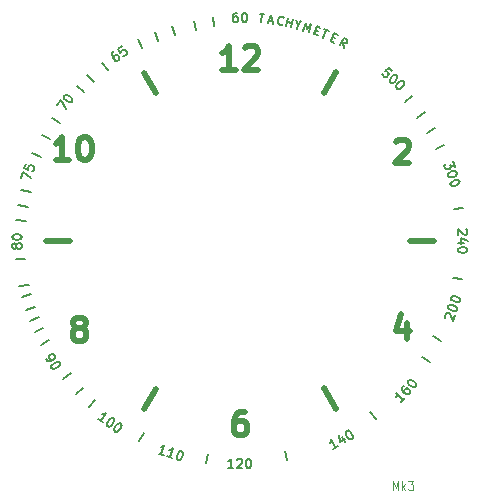
<source format=gbr>
G04 #@! TF.GenerationSoftware,KiCad,Pcbnew,5.1.4-1.fc30*
G04 #@! TF.CreationDate,2020-04-06T19:08:27+02:00*
G04 #@! TF.ProjectId,ring,72696e67-2e6b-4696-9361-645f70636258,v0.5.2*
G04 #@! TF.SameCoordinates,Original*
G04 #@! TF.FileFunction,Soldermask,Top*
G04 #@! TF.FilePolarity,Negative*
%FSLAX46Y46*%
G04 Gerber Fmt 4.6, Leading zero omitted, Abs format (unit mm)*
G04 Created by KiCad (PCBNEW 5.1.4-1.fc30) date 2020-04-06 19:08:27*
%MOMM*%
%LPD*%
G04 APERTURE LIST*
%ADD10C,0.150000*%
%ADD11C,0.500000*%
%ADD12C,0.125000*%
G04 APERTURE END LIST*
D10*
X184504162Y-45590915D02*
X183787592Y-45235207D01*
X153587483Y-50119118D02*
X154167783Y-49568435D01*
X178967294Y-52259409D02*
X178486958Y-51619661D01*
X171454484Y-55731905D02*
X171267728Y-54954009D01*
X164603385Y-55957449D02*
X164728533Y-55167298D01*
X185451617Y-40259632D02*
X186243831Y-40370971D01*
X184028871Y-29346044D02*
X184760839Y-29023208D01*
X185571617Y-34460367D02*
X186363831Y-34349028D01*
X182474635Y-26719129D02*
X183127545Y-26256843D01*
X154661617Y-51202302D02*
X155188568Y-50600370D01*
X159187109Y-20801013D02*
X158817710Y-20091404D01*
X165284687Y-18990238D02*
X165208010Y-18193921D01*
X161962786Y-19717001D02*
X161735574Y-18949945D01*
X160555571Y-20195552D02*
X160255886Y-19453805D01*
X163749054Y-19275255D02*
X163596407Y-18489953D01*
X148478809Y-38702724D02*
X149277230Y-38652491D01*
X150584393Y-45947109D02*
X151282049Y-45555603D01*
X148784744Y-40989054D02*
X149570046Y-40836407D01*
X150603626Y-30020243D02*
X149866136Y-29710231D01*
X149310789Y-35428394D02*
X148513255Y-35365627D01*
X151410721Y-28517669D02*
X150701758Y-28147032D01*
X158935698Y-54122459D02*
X159298891Y-53409654D01*
X156302312Y-22685573D02*
X155810884Y-22054306D01*
X155076356Y-23695110D02*
X154531779Y-23109076D01*
X154268100Y-24573098D02*
X153675457Y-24035722D01*
X152225566Y-27133918D02*
X151550103Y-26705256D01*
X149487449Y-34236614D02*
X148697298Y-34111466D01*
X149721905Y-33024484D02*
X148944009Y-32837728D01*
X149009781Y-41871225D02*
X149783948Y-41669569D01*
X149356398Y-42963635D02*
X150115938Y-42712441D01*
X149704447Y-43905571D02*
X150446194Y-43605886D01*
X150073895Y-44846943D02*
X150794757Y-44500016D01*
X152485985Y-48864300D02*
X153113806Y-48368477D01*
X183507177Y-47406543D02*
X182850258Y-46949973D01*
X183255325Y-27978759D02*
X183950921Y-27583606D01*
X181397281Y-25377907D02*
X182000132Y-24852007D01*
X151959494Y-25670975D02*
X152281946Y-25246159D01*
X152711879Y-26002935D01*
X152558335Y-24882032D02*
X152604399Y-24821344D01*
X152680808Y-24783688D01*
X152734184Y-24776376D01*
X152817905Y-24792097D01*
X152962313Y-24853882D01*
X153114033Y-24969044D01*
X153212377Y-25091517D01*
X153250032Y-25167926D01*
X153257344Y-25221302D01*
X153241623Y-25305023D01*
X153195559Y-25365711D01*
X153119150Y-25403366D01*
X153065774Y-25410678D01*
X152982053Y-25394957D01*
X152837645Y-25333172D01*
X152685925Y-25218010D01*
X152587581Y-25095537D01*
X152549926Y-25019128D01*
X152542614Y-24965752D01*
X152558335Y-24882032D01*
D11*
X181590952Y-44091428D02*
X181590952Y-45424761D01*
X181114761Y-43329523D02*
X180638571Y-44758095D01*
X181876666Y-44758095D01*
X174547619Y-24583546D02*
X175547619Y-22851495D01*
X153064761Y-37130000D02*
X151064761Y-37130000D01*
X160372380Y-49676453D02*
X159372380Y-51408504D01*
D10*
X161000935Y-55289382D02*
X160566166Y-55148117D01*
X160783550Y-55218750D02*
X161030764Y-54457905D01*
X160922986Y-54543053D01*
X160826981Y-54591970D01*
X160742747Y-54604657D01*
X161725549Y-55524824D02*
X161290780Y-55383559D01*
X161508165Y-55454191D02*
X161755378Y-54693346D01*
X161647601Y-54778494D01*
X161551595Y-54827411D01*
X161467362Y-54840098D01*
X162443762Y-54917016D02*
X162516224Y-54940560D01*
X162576913Y-55000335D01*
X162601372Y-55048337D01*
X162614058Y-55132571D01*
X162603201Y-55289266D01*
X162544340Y-55470420D01*
X162461021Y-55603570D01*
X162401246Y-55664260D01*
X162353244Y-55688718D01*
X162269010Y-55701405D01*
X162196549Y-55677861D01*
X162135859Y-55618086D01*
X162111401Y-55570083D01*
X162098714Y-55485850D01*
X162109572Y-55329155D01*
X162168432Y-55148001D01*
X162251751Y-55014850D01*
X162311526Y-54954161D01*
X162359529Y-54929702D01*
X162443762Y-54917016D01*
X155835801Y-52509301D02*
X155465965Y-52240599D01*
X155650883Y-52374950D02*
X156121112Y-51727737D01*
X155992297Y-51775412D01*
X155885874Y-51792268D01*
X155801842Y-51778304D01*
X156706686Y-52153181D02*
X156768325Y-52197965D01*
X156807573Y-52273568D01*
X156816001Y-52326780D01*
X156802037Y-52410811D01*
X156743289Y-52556481D01*
X156631330Y-52710580D01*
X156510943Y-52811467D01*
X156435340Y-52850714D01*
X156382128Y-52859142D01*
X156298097Y-52845178D01*
X156236458Y-52800395D01*
X156197210Y-52724791D01*
X156188782Y-52671580D01*
X156202746Y-52587549D01*
X156261494Y-52441878D01*
X156373453Y-52287780D01*
X156493840Y-52186893D01*
X156569443Y-52147645D01*
X156622655Y-52139217D01*
X156706686Y-52153181D01*
X157323080Y-52601018D02*
X157384719Y-52645801D01*
X157423967Y-52721405D01*
X157432394Y-52774616D01*
X157418431Y-52858647D01*
X157359683Y-53004318D01*
X157247724Y-53158416D01*
X157127337Y-53259303D01*
X157051734Y-53298551D01*
X156998522Y-53306979D01*
X156914491Y-53293015D01*
X156852851Y-53248231D01*
X156813604Y-53172628D01*
X156805176Y-53119416D01*
X156819140Y-53035385D01*
X156877888Y-52889715D01*
X156989847Y-52735616D01*
X157110234Y-52634729D01*
X157185837Y-52595482D01*
X157239048Y-52587054D01*
X157323080Y-52601018D01*
X150996006Y-47139816D02*
X151078999Y-47267613D01*
X151152445Y-47310764D01*
X151205142Y-47321965D01*
X151342487Y-47323619D01*
X151491032Y-47272576D01*
X151746627Y-47106591D01*
X151789778Y-47033145D01*
X151800979Y-46980448D01*
X151791432Y-46895801D01*
X151708439Y-46768003D01*
X151634994Y-46724853D01*
X151582296Y-46713652D01*
X151497649Y-46723199D01*
X151337902Y-46826939D01*
X151294752Y-46900385D01*
X151283551Y-46953083D01*
X151293098Y-47037729D01*
X151376090Y-47165527D01*
X151449536Y-47208677D01*
X151502233Y-47219879D01*
X151586880Y-47210332D01*
X152144150Y-47438940D02*
X152185647Y-47502839D01*
X152195194Y-47587486D01*
X152183993Y-47640183D01*
X152140842Y-47713629D01*
X152033793Y-47828571D01*
X151874046Y-47932311D01*
X151725500Y-47983355D01*
X151640853Y-47992902D01*
X151588156Y-47981700D01*
X151514710Y-47938550D01*
X151473214Y-47874651D01*
X151463667Y-47790004D01*
X151474868Y-47737307D01*
X151518019Y-47663861D01*
X151625068Y-47548919D01*
X151784815Y-47445178D01*
X151933360Y-47394135D01*
X152018007Y-47384588D01*
X152070705Y-47395789D01*
X152144150Y-47438940D01*
X148524761Y-37647142D02*
X148486666Y-37723333D01*
X148448571Y-37761428D01*
X148372380Y-37799523D01*
X148334285Y-37799523D01*
X148258095Y-37761428D01*
X148220000Y-37723333D01*
X148181904Y-37647142D01*
X148181904Y-37494761D01*
X148220000Y-37418571D01*
X148258095Y-37380476D01*
X148334285Y-37342380D01*
X148372380Y-37342380D01*
X148448571Y-37380476D01*
X148486666Y-37418571D01*
X148524761Y-37494761D01*
X148524761Y-37647142D01*
X148562857Y-37723333D01*
X148600952Y-37761428D01*
X148677142Y-37799523D01*
X148829523Y-37799523D01*
X148905714Y-37761428D01*
X148943809Y-37723333D01*
X148981904Y-37647142D01*
X148981904Y-37494761D01*
X148943809Y-37418571D01*
X148905714Y-37380476D01*
X148829523Y-37342380D01*
X148677142Y-37342380D01*
X148600952Y-37380476D01*
X148562857Y-37418571D01*
X148524761Y-37494761D01*
X148181904Y-36847142D02*
X148181904Y-36770952D01*
X148220000Y-36694761D01*
X148258095Y-36656666D01*
X148334285Y-36618571D01*
X148486666Y-36580476D01*
X148677142Y-36580476D01*
X148829523Y-36618571D01*
X148905714Y-36656666D01*
X148943809Y-36694761D01*
X148981904Y-36770952D01*
X148981904Y-36847142D01*
X148943809Y-36923333D01*
X148905714Y-36961428D01*
X148829523Y-36999523D01*
X148677142Y-37037619D01*
X148486666Y-37037619D01*
X148334285Y-36999523D01*
X148258095Y-36961428D01*
X148220000Y-36923333D01*
X148181904Y-36847142D01*
X148933221Y-31780543D02*
X149098030Y-31273313D01*
X149752926Y-31846603D01*
X149309927Y-30621160D02*
X149192207Y-30983467D01*
X149542742Y-31137418D01*
X149518283Y-31089416D01*
X149505596Y-31005182D01*
X149564457Y-30824029D01*
X149624232Y-30763339D01*
X149672235Y-30738881D01*
X149756468Y-30726194D01*
X149937622Y-30785054D01*
X149998311Y-30844829D01*
X150022770Y-30892832D01*
X150035456Y-30977066D01*
X149976596Y-31158219D01*
X149916821Y-31218909D01*
X149868818Y-31243367D01*
X186631904Y-36169523D02*
X186670000Y-36207619D01*
X186708095Y-36283809D01*
X186708095Y-36474285D01*
X186670000Y-36550476D01*
X186631904Y-36588571D01*
X186555714Y-36626666D01*
X186479523Y-36626666D01*
X186365238Y-36588571D01*
X185908095Y-36131428D01*
X185908095Y-36626666D01*
X186441428Y-37312380D02*
X185908095Y-37312380D01*
X186746190Y-37121904D02*
X186174761Y-36931428D01*
X186174761Y-37426666D01*
X186708095Y-37883809D02*
X186708095Y-37960000D01*
X186670000Y-38036190D01*
X186631904Y-38074285D01*
X186555714Y-38112380D01*
X186403333Y-38150476D01*
X186212857Y-38150476D01*
X186060476Y-38112380D01*
X185984285Y-38074285D01*
X185946190Y-38036190D01*
X185908095Y-37960000D01*
X185908095Y-37883809D01*
X185946190Y-37807619D01*
X185984285Y-37769523D01*
X186060476Y-37731428D01*
X186212857Y-37693333D01*
X186403333Y-37693333D01*
X186555714Y-37731428D01*
X186631904Y-37769523D01*
X186670000Y-37807619D01*
X186708095Y-37883809D01*
X180313343Y-22749472D02*
X180035640Y-22488692D01*
X179747090Y-22740317D01*
X179800939Y-22738624D01*
X179882557Y-22763010D01*
X180021408Y-22893400D01*
X180050871Y-22973326D01*
X180052563Y-23027174D01*
X180028177Y-23108793D01*
X179897787Y-23247644D01*
X179817861Y-23277106D01*
X179764013Y-23278799D01*
X179682394Y-23254413D01*
X179543543Y-23124023D01*
X179514081Y-23044097D01*
X179512389Y-22990249D01*
X180702126Y-23114564D02*
X180757667Y-23166720D01*
X180787129Y-23246646D01*
X180788821Y-23300494D01*
X180764436Y-23382113D01*
X180687894Y-23519272D01*
X180557504Y-23658123D01*
X180425422Y-23743126D01*
X180345496Y-23772588D01*
X180291647Y-23774280D01*
X180210029Y-23749895D01*
X180154488Y-23697739D01*
X180125026Y-23617813D01*
X180123334Y-23563964D01*
X180147719Y-23482346D01*
X180224261Y-23345187D01*
X180354651Y-23206336D01*
X180486733Y-23121333D01*
X180566659Y-23091870D01*
X180620508Y-23090178D01*
X180702126Y-23114564D01*
X181257531Y-23636124D02*
X181313071Y-23688280D01*
X181342534Y-23768206D01*
X181344226Y-23822054D01*
X181319840Y-23903672D01*
X181243299Y-24040831D01*
X181112909Y-24179682D01*
X180980826Y-24264685D01*
X180900900Y-24294148D01*
X180847052Y-24295840D01*
X180765434Y-24271454D01*
X180709893Y-24219298D01*
X180680431Y-24139372D01*
X180678738Y-24085524D01*
X180703124Y-24003906D01*
X180779666Y-23866747D01*
X180910056Y-23727895D01*
X181042138Y-23642893D01*
X181122064Y-23613430D01*
X181175912Y-23611738D01*
X181257531Y-23636124D01*
X185488807Y-30406391D02*
X185641844Y-30877390D01*
X185269593Y-30717952D01*
X185304910Y-30826644D01*
X185292223Y-30910878D01*
X185267764Y-30958881D01*
X185207075Y-31018655D01*
X185025921Y-31077516D01*
X184941688Y-31064829D01*
X184893685Y-31040371D01*
X184833910Y-30979681D01*
X184763278Y-30762297D01*
X184775964Y-30678063D01*
X184800423Y-30630061D01*
X185794881Y-31348390D02*
X185818425Y-31420851D01*
X185805738Y-31505085D01*
X185781280Y-31553088D01*
X185720590Y-31612863D01*
X185587439Y-31696182D01*
X185406286Y-31755042D01*
X185249591Y-31765900D01*
X185165357Y-31753213D01*
X185117355Y-31728754D01*
X185057580Y-31668065D01*
X185034036Y-31595603D01*
X185046722Y-31511370D01*
X185071181Y-31463367D01*
X185131870Y-31403592D01*
X185265021Y-31320273D01*
X185446175Y-31261413D01*
X185602870Y-31250555D01*
X185687103Y-31263242D01*
X185735106Y-31287701D01*
X185794881Y-31348390D01*
X186030322Y-32073004D02*
X186053866Y-32145466D01*
X186041180Y-32229699D01*
X186016721Y-32277702D01*
X185956032Y-32337477D01*
X185822881Y-32420796D01*
X185641727Y-32479656D01*
X185485032Y-32490514D01*
X185400799Y-32477827D01*
X185352796Y-32453369D01*
X185293021Y-32392679D01*
X185269477Y-32320218D01*
X185282164Y-32235984D01*
X185306622Y-32187982D01*
X185367312Y-32128207D01*
X185500462Y-32044888D01*
X185681616Y-31986027D01*
X185838311Y-31975170D01*
X185922545Y-31987856D01*
X185970547Y-32012315D01*
X186030322Y-32073004D01*
X184849734Y-43650164D02*
X184825275Y-43602161D01*
X184812588Y-43517927D01*
X184871449Y-43336774D01*
X184931224Y-43276084D01*
X184979226Y-43251626D01*
X185063460Y-43238939D01*
X185135921Y-43262483D01*
X185232842Y-43334030D01*
X185526345Y-43910064D01*
X185679382Y-43439064D01*
X185071574Y-42720851D02*
X185095118Y-42648390D01*
X185154893Y-42587701D01*
X185202896Y-42563242D01*
X185287129Y-42550555D01*
X185443824Y-42561413D01*
X185624978Y-42620273D01*
X185758129Y-42703592D01*
X185818818Y-42763367D01*
X185843277Y-42811370D01*
X185855963Y-42895603D01*
X185832419Y-42968065D01*
X185772644Y-43028754D01*
X185724642Y-43053213D01*
X185640408Y-43065900D01*
X185483713Y-43055042D01*
X185302560Y-42996182D01*
X185169409Y-42912863D01*
X185108719Y-42853088D01*
X185084261Y-42805085D01*
X185071574Y-42720851D01*
X185307016Y-41996237D02*
X185330560Y-41923775D01*
X185390335Y-41863086D01*
X185438337Y-41838627D01*
X185522571Y-41825941D01*
X185679266Y-41836798D01*
X185860420Y-41895659D01*
X185993570Y-41978978D01*
X186054260Y-42038753D01*
X186078718Y-42086755D01*
X186091405Y-42170989D01*
X186067861Y-42243450D01*
X186008086Y-42304140D01*
X185960083Y-42328598D01*
X185875850Y-42341285D01*
X185719155Y-42330427D01*
X185538001Y-42271567D01*
X185404850Y-42188248D01*
X185344161Y-42128473D01*
X185319702Y-42080470D01*
X185307016Y-41996237D01*
X181418725Y-50436524D02*
X181105789Y-50769766D01*
X181262257Y-50603145D02*
X180679082Y-50055507D01*
X180710237Y-50189282D01*
X180713621Y-50296978D01*
X180689236Y-50378597D01*
X181304954Y-49389022D02*
X181200642Y-49500103D01*
X181176256Y-49581721D01*
X181177948Y-49635569D01*
X181209103Y-49769344D01*
X181294106Y-49901426D01*
X181516268Y-50110050D01*
X181597886Y-50134436D01*
X181651735Y-50132743D01*
X181731661Y-50103281D01*
X181835973Y-49992200D01*
X181860358Y-49910581D01*
X181858666Y-49856733D01*
X181829204Y-49776807D01*
X181690353Y-49646417D01*
X181608734Y-49622031D01*
X181554886Y-49623724D01*
X181474960Y-49653186D01*
X181370648Y-49764267D01*
X181346262Y-49845885D01*
X181347954Y-49899734D01*
X181377417Y-49979660D01*
X181696124Y-48972468D02*
X181748280Y-48916928D01*
X181828206Y-48887465D01*
X181882054Y-48885773D01*
X181963672Y-48910159D01*
X182100831Y-48986700D01*
X182239682Y-49117090D01*
X182324685Y-49249173D01*
X182354148Y-49329099D01*
X182355840Y-49382947D01*
X182331454Y-49464565D01*
X182279298Y-49520106D01*
X182199372Y-49549568D01*
X182145524Y-49551261D01*
X182063906Y-49526875D01*
X181926747Y-49450333D01*
X181787895Y-49319943D01*
X181702893Y-49187861D01*
X181673430Y-49107935D01*
X181671738Y-49054087D01*
X181696124Y-48972468D01*
X175739097Y-54514587D02*
X175331780Y-54722126D01*
X175535439Y-54618357D02*
X175172246Y-53905551D01*
X175156245Y-54041970D01*
X175122948Y-54144446D01*
X175072357Y-54212979D01*
X176107945Y-53728076D02*
X176350073Y-54203279D01*
X175799870Y-53543006D02*
X175889578Y-54138627D01*
X176330838Y-53913793D01*
X176496027Y-53231051D02*
X176563914Y-53196461D01*
X176649095Y-53195815D01*
X176700333Y-53212463D01*
X176768866Y-53263054D01*
X176871988Y-53381532D01*
X176958463Y-53551247D01*
X176993699Y-53704315D01*
X176994346Y-53789496D01*
X176977697Y-53840734D01*
X176927106Y-53909267D01*
X176859220Y-53943856D01*
X176774039Y-53944503D01*
X176722801Y-53927855D01*
X176654268Y-53877263D01*
X176551145Y-53758786D01*
X176464671Y-53589070D01*
X176429435Y-53436003D01*
X176428788Y-53350822D01*
X176445436Y-53299584D01*
X176496027Y-53231051D01*
X166896666Y-56381904D02*
X166439523Y-56381904D01*
X166668095Y-56381904D02*
X166668095Y-55581904D01*
X166591904Y-55696190D01*
X166515714Y-55772380D01*
X166439523Y-55810476D01*
X167201428Y-55658095D02*
X167239523Y-55620000D01*
X167315714Y-55581904D01*
X167506190Y-55581904D01*
X167582380Y-55620000D01*
X167620476Y-55658095D01*
X167658571Y-55734285D01*
X167658571Y-55810476D01*
X167620476Y-55924761D01*
X167163333Y-56381904D01*
X167658571Y-56381904D01*
X168153809Y-55581904D02*
X168230000Y-55581904D01*
X168306190Y-55620000D01*
X168344285Y-55658095D01*
X168382380Y-55734285D01*
X168420476Y-55886666D01*
X168420476Y-56077142D01*
X168382380Y-56229523D01*
X168344285Y-56305714D01*
X168306190Y-56343809D01*
X168230000Y-56381904D01*
X168153809Y-56381904D01*
X168077619Y-56343809D01*
X168039523Y-56305714D01*
X168001428Y-56229523D01*
X167963333Y-56077142D01*
X167963333Y-55886666D01*
X168001428Y-55734285D01*
X168039523Y-55658095D01*
X168077619Y-55620000D01*
X168153809Y-55581904D01*
X176265965Y-20770932D02*
X176212912Y-20367520D01*
X175911160Y-20586232D02*
X176234384Y-19965325D01*
X176470921Y-20088458D01*
X176514663Y-20148808D01*
X176528839Y-20193767D01*
X176527622Y-20268292D01*
X176481447Y-20356993D01*
X176421097Y-20400736D01*
X176376139Y-20414911D01*
X176301613Y-20413695D01*
X176065077Y-20290562D01*
X174581919Y-19209309D02*
X174951471Y-19362382D01*
X174498816Y-19932561D02*
X174766695Y-19285846D01*
X172822242Y-19331845D02*
X173032736Y-18664243D01*
X173104917Y-19211266D01*
X173477804Y-18804573D01*
X173267310Y-19472175D01*
X173836147Y-19281712D02*
X174055408Y-19361517D01*
X174023970Y-19740273D02*
X173710739Y-19626266D01*
X173950153Y-18968481D01*
X174263384Y-19082488D01*
X175305184Y-19881291D02*
X175516656Y-19979902D01*
X175452327Y-20354477D02*
X175150224Y-20213604D01*
X175446057Y-19579189D01*
X175748160Y-19720062D01*
X169114170Y-17920694D02*
X169512648Y-17955556D01*
X169252400Y-18635461D02*
X169313409Y-17938125D01*
X171386201Y-18965872D02*
X171537709Y-18282465D01*
X171465562Y-18607897D02*
X171856081Y-18694473D01*
X171776719Y-19052448D02*
X171928227Y-18369041D01*
X172344313Y-18853901D02*
X172258040Y-19175876D01*
X172213831Y-18439337D02*
X172344313Y-18853901D01*
X172664596Y-18560119D01*
X171049962Y-18803825D02*
X171011347Y-18830864D01*
X170907078Y-18846326D01*
X170841424Y-18834749D01*
X170748732Y-18784558D01*
X170694655Y-18707327D01*
X170673404Y-18635885D01*
X170663730Y-18498789D01*
X170681095Y-18400308D01*
X170737075Y-18274789D01*
X170781479Y-18214923D01*
X170858709Y-18160846D01*
X170962978Y-18145384D01*
X171028632Y-18156961D01*
X171121324Y-18207152D01*
X171148363Y-18245767D01*
D11*
X153679523Y-44501904D02*
X153489047Y-44406666D01*
X153393809Y-44311428D01*
X153298571Y-44120952D01*
X153298571Y-44025714D01*
X153393809Y-43835238D01*
X153489047Y-43740000D01*
X153679523Y-43644761D01*
X154060476Y-43644761D01*
X154250952Y-43740000D01*
X154346190Y-43835238D01*
X154441428Y-44025714D01*
X154441428Y-44120952D01*
X154346190Y-44311428D01*
X154250952Y-44406666D01*
X154060476Y-44501904D01*
X153679523Y-44501904D01*
X153489047Y-44597142D01*
X153393809Y-44692380D01*
X153298571Y-44882857D01*
X153298571Y-45263809D01*
X153393809Y-45454285D01*
X153489047Y-45549523D01*
X153679523Y-45644761D01*
X154060476Y-45644761D01*
X154250952Y-45549523D01*
X154346190Y-45454285D01*
X154441428Y-45263809D01*
X154441428Y-44882857D01*
X154346190Y-44692380D01*
X154250952Y-44597142D01*
X154060476Y-44501904D01*
X180638571Y-28765238D02*
X180733809Y-28670000D01*
X180924285Y-28574761D01*
X181400476Y-28574761D01*
X181590952Y-28670000D01*
X181686190Y-28765238D01*
X181781428Y-28955714D01*
X181781428Y-29146190D01*
X181686190Y-29431904D01*
X180543333Y-30574761D01*
X181781428Y-30574761D01*
X152999047Y-30334761D02*
X151856190Y-30334761D01*
X152427619Y-30334761D02*
X152427619Y-28334761D01*
X152237142Y-28620476D01*
X152046666Y-28810952D01*
X151856190Y-28906190D01*
X154237142Y-28334761D02*
X154427619Y-28334761D01*
X154618095Y-28430000D01*
X154713333Y-28525238D01*
X154808571Y-28715714D01*
X154903809Y-29096666D01*
X154903809Y-29572857D01*
X154808571Y-29953809D01*
X154713333Y-30144285D01*
X154618095Y-30239523D01*
X154427619Y-30334761D01*
X154237142Y-30334761D01*
X154046666Y-30239523D01*
X153951428Y-30144285D01*
X153856190Y-29953809D01*
X153760952Y-29572857D01*
X153760952Y-29096666D01*
X153856190Y-28715714D01*
X153951428Y-28525238D01*
X154046666Y-28430000D01*
X154237142Y-28334761D01*
X181855238Y-37130000D02*
X183855238Y-37130000D01*
X167119047Y-22654761D02*
X165976190Y-22654761D01*
X166547619Y-22654761D02*
X166547619Y-20654761D01*
X166357142Y-20940476D01*
X166166666Y-21130952D01*
X165976190Y-21226190D01*
X167880952Y-20845238D02*
X167976190Y-20750000D01*
X168166666Y-20654761D01*
X168642857Y-20654761D01*
X168833333Y-20750000D01*
X168928571Y-20845238D01*
X169023809Y-21035714D01*
X169023809Y-21226190D01*
X168928571Y-21511904D01*
X167785714Y-22654761D01*
X169023809Y-22654761D01*
D12*
X180400000Y-58257904D02*
X180400000Y-57457904D01*
X180633333Y-58029333D01*
X180866666Y-57457904D01*
X180866666Y-58257904D01*
X181200000Y-58257904D02*
X181200000Y-57457904D01*
X181266666Y-57953142D02*
X181466666Y-58257904D01*
X181466666Y-57724571D02*
X181200000Y-58029333D01*
X181700000Y-57457904D02*
X182133333Y-57457904D01*
X181900000Y-57762666D01*
X182000000Y-57762666D01*
X182066666Y-57800761D01*
X182100000Y-57838857D01*
X182133333Y-57915047D01*
X182133333Y-58105523D01*
X182100000Y-58181714D01*
X182066666Y-58219809D01*
X182000000Y-58257904D01*
X181800000Y-58257904D01*
X181733333Y-58219809D01*
X181700000Y-58181714D01*
D11*
X174587619Y-49636453D02*
X175587619Y-51368504D01*
X160332380Y-24623546D02*
X159332380Y-22891495D01*
X167880952Y-51604761D02*
X167500000Y-51604761D01*
X167309523Y-51700000D01*
X167214285Y-51795238D01*
X167023809Y-52080952D01*
X166928571Y-52461904D01*
X166928571Y-53223809D01*
X167023809Y-53414285D01*
X167119047Y-53509523D01*
X167309523Y-53604761D01*
X167690476Y-53604761D01*
X167880952Y-53509523D01*
X167976190Y-53414285D01*
X168071428Y-53223809D01*
X168071428Y-52747619D01*
X167976190Y-52557142D01*
X167880952Y-52461904D01*
X167690476Y-52366666D01*
X167309523Y-52366666D01*
X167119047Y-52461904D01*
X167023809Y-52557142D01*
X166928571Y-52747619D01*
D10*
X167241428Y-17831904D02*
X167089047Y-17831904D01*
X167012857Y-17870000D01*
X166974761Y-17908095D01*
X166898571Y-18022380D01*
X166860476Y-18174761D01*
X166860476Y-18479523D01*
X166898571Y-18555714D01*
X166936666Y-18593809D01*
X167012857Y-18631904D01*
X167165238Y-18631904D01*
X167241428Y-18593809D01*
X167279523Y-18555714D01*
X167317619Y-18479523D01*
X167317619Y-18289047D01*
X167279523Y-18212857D01*
X167241428Y-18174761D01*
X167165238Y-18136666D01*
X167012857Y-18136666D01*
X166936666Y-18174761D01*
X166898571Y-18212857D01*
X166860476Y-18289047D01*
X167812857Y-17831904D02*
X167889047Y-17831904D01*
X167965238Y-17870000D01*
X168003333Y-17908095D01*
X168041428Y-17984285D01*
X168079523Y-18136666D01*
X168079523Y-18327142D01*
X168041428Y-18479523D01*
X168003333Y-18555714D01*
X167965238Y-18593809D01*
X167889047Y-18631904D01*
X167812857Y-18631904D01*
X167736666Y-18593809D01*
X167698571Y-18555714D01*
X167660476Y-18479523D01*
X167622380Y-18327142D01*
X167622380Y-18136666D01*
X167660476Y-17984285D01*
X167698571Y-17908095D01*
X167736666Y-17870000D01*
X167812857Y-17831904D01*
X156809700Y-21087071D02*
X156681902Y-21170063D01*
X156638752Y-21243509D01*
X156627550Y-21296207D01*
X156625896Y-21433551D01*
X156676939Y-21582097D01*
X156842925Y-21837691D01*
X156916370Y-21880842D01*
X156969068Y-21892043D01*
X157053715Y-21882496D01*
X157181512Y-21799504D01*
X157224663Y-21726058D01*
X157235864Y-21673360D01*
X157226317Y-21588714D01*
X157122576Y-21428967D01*
X157049130Y-21385816D01*
X156996433Y-21374615D01*
X156911786Y-21384162D01*
X156783989Y-21467155D01*
X156740838Y-21540600D01*
X156729637Y-21593298D01*
X156739184Y-21677945D01*
X157480636Y-20651360D02*
X157161143Y-20858841D01*
X157336675Y-21199083D01*
X157347876Y-21146385D01*
X157391026Y-21072940D01*
X157550773Y-20969199D01*
X157635420Y-20959652D01*
X157688118Y-20970853D01*
X157761563Y-21014004D01*
X157865304Y-21173750D01*
X157874851Y-21258397D01*
X157863650Y-21311095D01*
X157820499Y-21384541D01*
X157660752Y-21488281D01*
X157576106Y-21497828D01*
X157523408Y-21486627D01*
X169889531Y-18503914D02*
X170220012Y-18547422D01*
X169797329Y-18693501D02*
X170120035Y-18029946D01*
X170260003Y-18754413D01*
M02*

</source>
